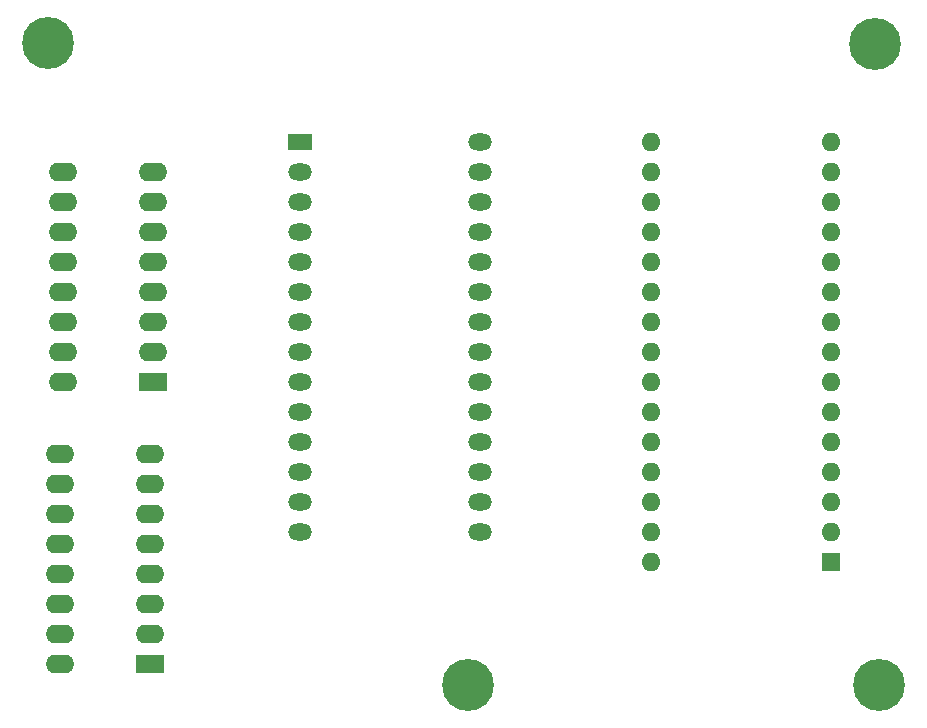
<source format=gbr>
%TF.GenerationSoftware,KiCad,Pcbnew,7.0.9*%
%TF.CreationDate,2024-03-10T15:23:14-03:00*%
%TF.ProjectId,prompcb,70726f6d-7063-4622-9e6b-696361645f70,rev?*%
%TF.SameCoordinates,Original*%
%TF.FileFunction,Soldermask,Top*%
%TF.FilePolarity,Negative*%
%FSLAX46Y46*%
G04 Gerber Fmt 4.6, Leading zero omitted, Abs format (unit mm)*
G04 Created by KiCad (PCBNEW 7.0.9) date 2024-03-10 15:23:14*
%MOMM*%
%LPD*%
G01*
G04 APERTURE LIST*
%ADD10R,2.000000X1.440000*%
%ADD11O,2.000000X1.440000*%
%ADD12C,0.700000*%
%ADD13C,4.400000*%
%ADD14R,1.600000X1.600000*%
%ADD15O,1.600000X1.600000*%
%ADD16O,2.400000X1.600000*%
%ADD17R,2.400000X1.600000*%
G04 APERTURE END LIST*
D10*
%TO.C,U3*%
X146558000Y-70612000D03*
D11*
X146558000Y-73152000D03*
X146558000Y-75692000D03*
X146558000Y-78232000D03*
X146558000Y-80772000D03*
X146558000Y-83312000D03*
X146558000Y-85852000D03*
X146558000Y-88392000D03*
X146558000Y-90932000D03*
X146558000Y-93472000D03*
X146558000Y-96012000D03*
X146558000Y-98552000D03*
X146558000Y-101092000D03*
X146558000Y-103632000D03*
X161798000Y-103632000D03*
X161798000Y-101092000D03*
X161798000Y-98552000D03*
X161798000Y-96012000D03*
X161798000Y-93472000D03*
X161798000Y-90932000D03*
X161798000Y-88392000D03*
X161798000Y-85852000D03*
X161798000Y-83312000D03*
X161798000Y-80772000D03*
X161798000Y-78232000D03*
X161798000Y-75692000D03*
X161798000Y-73152000D03*
X161798000Y-70612000D03*
%TD*%
D12*
%TO.C,H4*%
X162432000Y-116586000D03*
D13*
X160782000Y-116586000D03*
D12*
X160782000Y-118236000D03*
X159615274Y-117752726D03*
X161948726Y-115419274D03*
X159132000Y-116586000D03*
X159615274Y-115419274D03*
X160782000Y-114936000D03*
X161948726Y-117752726D03*
%TD*%
D14*
%TO.C,A1*%
X191516000Y-106172000D03*
D15*
X191516000Y-103632000D03*
X191516000Y-101092000D03*
X191516000Y-98552000D03*
X191516000Y-96012000D03*
X191516000Y-93472000D03*
X191516000Y-90932000D03*
X191516000Y-88392000D03*
X191516000Y-85852000D03*
X191516000Y-83312000D03*
X191516000Y-80772000D03*
X191516000Y-78232000D03*
X191516000Y-75692000D03*
X191516000Y-73152000D03*
X191516000Y-70612000D03*
X176276000Y-70612000D03*
X176276000Y-73152000D03*
X176276000Y-75692000D03*
X176276000Y-78232000D03*
X176276000Y-80772000D03*
X176276000Y-83312000D03*
X176276000Y-85852000D03*
X176276000Y-88392000D03*
X176276000Y-90932000D03*
X176276000Y-93472000D03*
X176276000Y-96012000D03*
X176276000Y-98552000D03*
X176276000Y-101092000D03*
X176276000Y-103632000D03*
X176276000Y-106172000D03*
%TD*%
D16*
%TO.C,U2*%
X126238000Y-114808000D03*
X126238000Y-112268000D03*
X126238000Y-109728000D03*
X126238000Y-107188000D03*
X126238000Y-104648000D03*
X126238000Y-102108000D03*
X126238000Y-99568000D03*
X126238000Y-97028000D03*
X133858000Y-97028000D03*
X133858000Y-99568000D03*
X133858000Y-102108000D03*
X133858000Y-104648000D03*
X133858000Y-107188000D03*
X133858000Y-109728000D03*
X133858000Y-112268000D03*
D17*
X133858000Y-114808000D03*
%TD*%
D12*
%TO.C,H2*%
X193549000Y-62357000D03*
X194032274Y-61190274D03*
X194032274Y-63523726D03*
X195199000Y-60707000D03*
D13*
X195199000Y-62357000D03*
D12*
X195199000Y-64007000D03*
X196365726Y-61190274D03*
X196365726Y-63523726D03*
X196849000Y-62357000D03*
%TD*%
%TO.C,H1*%
X123572000Y-62229000D03*
X124055274Y-61062274D03*
X124055274Y-63395726D03*
X125222000Y-60579000D03*
D13*
X125222000Y-62229000D03*
D12*
X125222000Y-63879000D03*
X126388726Y-61062274D03*
X126388726Y-63395726D03*
X126872000Y-62229000D03*
%TD*%
%TO.C,H3*%
X193930000Y-116586000D03*
X194413274Y-115419274D03*
X194413274Y-117752726D03*
X195580000Y-114936000D03*
D13*
X195580000Y-116586000D03*
D12*
X195580000Y-118236000D03*
X196746726Y-115419274D03*
X196746726Y-117752726D03*
X197230000Y-116586000D03*
%TD*%
D16*
%TO.C,U1*%
X126492000Y-90932000D03*
X126492000Y-88392000D03*
X126492000Y-85852000D03*
X126492000Y-83312000D03*
X126492000Y-80772000D03*
X126492000Y-78232000D03*
X126492000Y-75692000D03*
X126492000Y-73152000D03*
X134112000Y-73152000D03*
X134112000Y-75692000D03*
X134112000Y-78232000D03*
X134112000Y-80772000D03*
X134112000Y-83312000D03*
X134112000Y-85852000D03*
X134112000Y-88392000D03*
D17*
X134112000Y-90932000D03*
%TD*%
M02*

</source>
